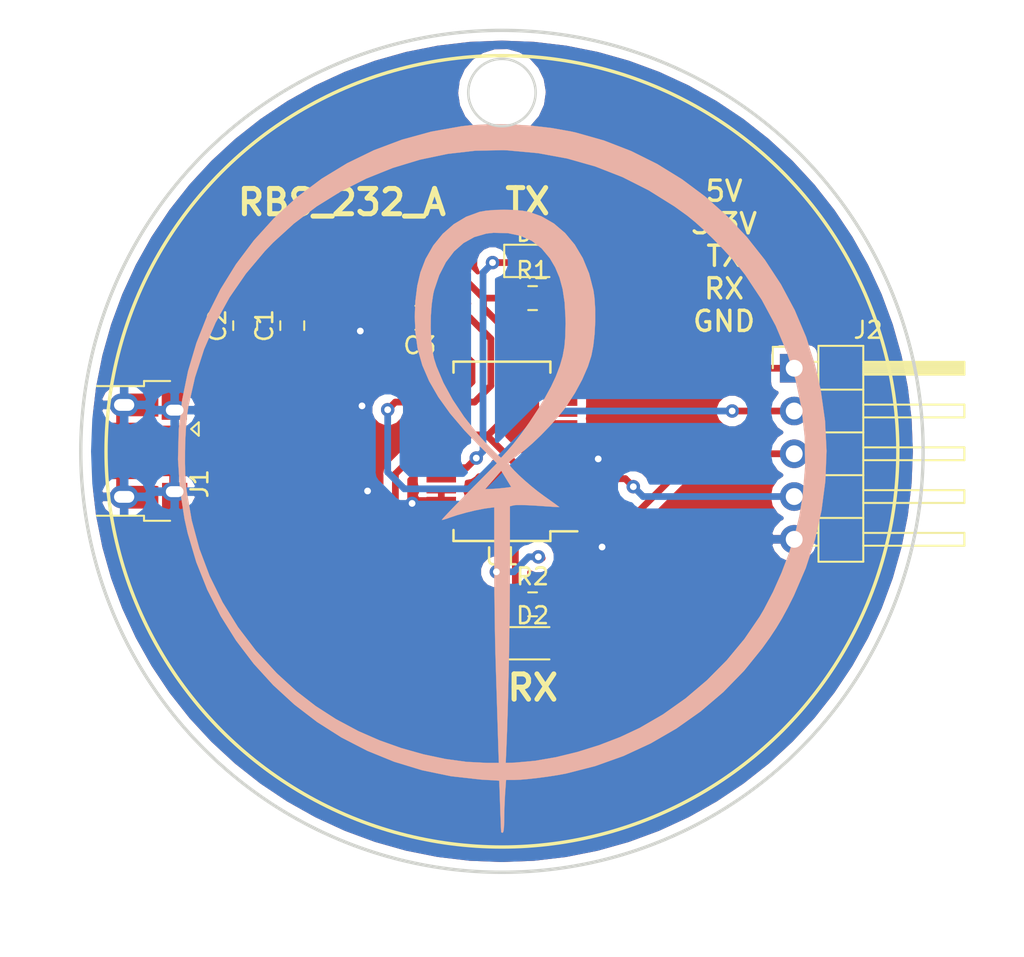
<source format=kicad_pcb>
(kicad_pcb (version 20171130) (host pcbnew 5.0.2-bee76a0~70~ubuntu18.04.1)
  (layers (0 F.Cu signal) (31 B.Cu signal) (34 B.Paste user) (35 F.Paste user) (36 B.SilkS user) (37 F.SilkS user) (38 B.Mask user) (39 F.Mask user) (44 Edge.Cuts user))
  (net 0 "")
  (net 1 "Net-(C1-Pad1)")
  (net 2 GND)
  (net 3 "Net-(C3-Pad1)")
  (net 4 "Net-(D1-Pad2)")
  (net 5 "Net-(D1-Pad1)")
  (net 6 "Net-(D2-Pad1)")
  (net 7 "Net-(D2-Pad2)")
  (net 8 "Net-(J1-Pad2)")
  (net 9 "Net-(J1-Pad3)")
  (net 10 "Net-(J1-Pad4)")
  (net 11 "Net-(J2-Pad3)")
  (net 12 "Net-(J2-Pad4)")
  (net 13 "Net-(U1-Pad2)")
  (net 14 "Net-(U1-Pad3)")
  (net 15 "Net-(U1-Pad6)")
  (net 16 "Net-(U1-Pad9)")
  (net 17 "Net-(U1-Pad10)")
  (net 18 "Net-(U1-Pad11)")
  (net 19 "Net-(U1-Pad12)")
  (net 20 "Net-(U1-Pad13)")
  (net 21 "Net-(U1-Pad14)")
  (net 22 "Net-(U1-Pad19)")
  (net 23 "Net-(U1-Pad27)")
  (net 24 "Net-(U1-Pad28)")
  (module Capacitor_SMD:C_0805_2012Metric_Pad1.15x1.40mm_HandSolder (layer F.Cu) (at 156.5656 86.3436 90)
    (fp_text reference C1 (at 0 -1.65 90) (layer F.SilkS))
    (fp_text value 10n)
    (pad 1 smd roundrect (at -1.025 0 90) (size 1.15 1.4) (layers F.Cu F.Paste F.Mask) (roundrect_rratio 0.217391) (net 1 "Net-(C1-Pad1)"))
    (pad 2 smd roundrect (at 1.025 0 90) (size 1.15 1.4) (layers F.Cu F.Paste F.Mask) (roundrect_rratio 0.217391) (net 2 GND))
  )
  (module Capacitor_SMD:C_0805_2012Metric_Pad1.15x1.40mm_HandSolder (layer F.Cu) (at 153.7716 86.3436 90)
    (fp_text reference C2 (at 0 -1.65 90) (layer F.SilkS))
    (fp_text value 100n)
    (pad 2 smd roundrect (at 1.025 0 90) (size 1.15 1.4) (layers F.Cu F.Paste F.Mask) (roundrect_rratio 0.217391) (net 2 GND))
    (pad 1 smd roundrect (at -1.025 0 90) (size 1.15 1.4) (layers F.Cu F.Paste F.Mask) (roundrect_rratio 0.217391) (net 1 "Net-(C1-Pad1)"))
  )
  (module Capacitor_SMD:C_0805_2012Metric_Pad1.15x1.40mm_HandSolder (layer F.Cu) (at 164.1348 85.8774 180)
    (fp_text reference C3 (at 0 -1.65 180) (layer F.SilkS))
    (fp_text value 100n)
    (pad 1 smd roundrect (at -1.025 0 180) (size 1.15 1.4) (layers F.Cu F.Paste F.Mask) (roundrect_rratio 0.217391) (net 3 "Net-(C3-Pad1)"))
    (pad 2 smd roundrect (at 1.025 0 180) (size 1.15 1.4) (layers F.Cu F.Paste F.Mask) (roundrect_rratio 0.217391) (net 2 GND))
  )
  (module LED_SMD:LED_0805_2012Metric (layer F.Cu) (at 170.8314 82.4992)
    (fp_text reference D1 (at 0 -1.65) (layer F.SilkS))
    (fp_text value LED_TX)
    (pad 2 smd roundrect (at 0.9375 0) (size 0.975 1.4) (layers F.Cu F.Paste F.Mask) (net 4 "Net-(D1-Pad2)"))
    (pad 1 smd roundrect (at -0.9375 0) (size 0.975 1.4) (layers F.Cu F.Paste F.Mask) (net 5 "Net-(D1-Pad1)"))
  )
  (module LED_SMD:LED_0805_2012Metric (layer F.Cu) (at 170.8314 105.2068)
    (fp_text reference D2 (at 0 -1.65) (layer F.SilkS))
    (fp_text value LED_RX)
    (pad 1 smd roundrect (at -0.9375 0) (size 0.975 1.4) (layers F.Cu F.Paste F.Mask) (net 6 "Net-(D2-Pad1)"))
    (pad 2 smd roundrect (at 0.9375 0) (size 0.975 1.4) (layers F.Cu F.Paste F.Mask) (net 7 "Net-(D2-Pad2)"))
  )
  (module Connector_USB:USB_Micro-B_Amphenol_10103594-0001LF_Horizontal (layer F.Cu) (at 147.701 93.8086 270)
    (fp_text reference J1 (at 1.925 -3.365 270) (layer F.SilkS))
    (fp_text value USB_B_Micro hide)
    (pad 6 smd rect (at 2.725 0.185 270) (size 1.35 2) (layers F.Cu F.Paste F.Mask) (net 2 GND))
    (pad 6 smd rect (at -2.755 0.185 270) (size 1.35 2) (layers F.Cu F.Paste F.Mask) (net 2 GND))
    (pad 6 smd rect (at -2.975 -0.565 270) (size 1.825 0.7) (layers F.Cu F.Paste F.Mask) (net 2 GND))
    (pad 6 smd rect (at 2.975 -0.565 270) (size 1.825 0.7) (layers F.Cu F.Paste F.Mask) (net 2 GND))
    (pad 6 smd rect (at -2.875 -1.865 270) (size 2 1.5) (layers F.Cu F.Paste F.Mask) (net 2 GND))
    (pad 6 smd rect (at 2.875 -1.885 270) (size 2 1.5) (layers F.Cu F.Paste F.Mask) (net 2 GND))
    (pad 1 smd rect (at -1.325 -1.765) (size 1.65 0.4) (layers F.Cu F.Paste F.Mask) (net 1 "Net-(C1-Pad1)"))
    (pad 2 smd rect (at -0.675 -1.765) (size 1.65 0.4) (layers F.Cu F.Paste F.Mask) (net 8 "Net-(J1-Pad2)"))
    (pad 3 smd rect (at -0.025 -1.765) (size 1.65 0.4) (layers F.Cu F.Paste F.Mask) (net 9 "Net-(J1-Pad3)"))
    (pad 4 smd rect (at 0.625 -1.765) (size 1.65 0.4) (layers F.Cu F.Paste F.Mask) (net 10 "Net-(J1-Pad4)"))
    (pad 5 smd rect (at 1.275 -1.765) (size 1.65 0.4) (layers F.Cu F.Paste F.Mask) (net 2 GND))
    (pad 6 thru_hole oval (at -2.445 -1.885) (size 1.5 1.1) (drill oval 1.05 0.65) (layers *.Cu *.Mask) (net 2 GND))
    (pad 6 thru_hole oval (at 2.395 -1.885) (size 1.5 1.1) (drill oval 1.05 0.65) (layers *.Cu *.Mask) (net 2 GND))
    (pad 6 thru_hole oval (at -2.755 1.115) (size 1.7 1.35) (drill oval 1.2 0.7) (layers *.Cu *.Mask) (net 2 GND))
    (pad 6 thru_hole oval (at 2.705 1.115) (size 1.7 1.35) (drill oval 1.2 0.7) (layers *.Cu *.Mask) (net 2 GND))
    (pad 6 smd rect (at -0.985 1.385) (size 2.5 1.43) (layers F.Cu F.Paste F.Mask) (net 2 GND))
    (pad 6 smd rect (at 0.935 1.385) (size 2.5 1.43) (layers F.Cu F.Paste F.Mask) (net 2 GND))
  )
  (module Connector_PinHeader_2.54mm:PinHeader_1x05_P2.54mm_Horizontal (layer F.Cu) (at 186.3598 88.8746)
    (fp_text reference J2 (at 4.385 -2.27) (layer F.SilkS))
    (fp_text value Conn_01x05)
    (pad 1 thru_hole rect (at 0 0) (size 1.7 1.7) (drill 1) (layers *.Cu *.Mask) (net 1 "Net-(C1-Pad1)"))
    (pad 2 thru_hole oval (at 0 2.54) (size 1.7 1.7) (drill 1) (layers *.Cu *.Mask) (net 3 "Net-(C3-Pad1)"))
    (pad 3 thru_hole oval (at 0 5.08) (size 1.7 1.7) (drill 1) (layers *.Cu *.Mask) (net 11 "Net-(J2-Pad3)"))
    (pad 4 thru_hole oval (at 0 7.62) (size 1.7 1.7) (drill 1) (layers *.Cu *.Mask) (net 12 "Net-(J2-Pad4)"))
    (pad 5 thru_hole oval (at 0 10.16) (size 1.7 1.7) (drill 1) (layers *.Cu *.Mask) (net 2 GND))
  )
  (module Resistor_SMD:R_0805_2012Metric_Pad1.15x1.40mm_HandSolder (layer F.Cu) (at 170.8314 84.709)
    (fp_text reference R1 (at 0 -1.65) (layer F.SilkS))
    (fp_text value 270)
    (pad 2 smd roundrect (at 1.025 0) (size 1.15 1.4) (layers F.Cu F.Paste F.Mask) (roundrect_rratio 0.217391) (net 4 "Net-(D1-Pad2)"))
    (pad 1 smd roundrect (at -1.025 0) (size 1.15 1.4) (layers F.Cu F.Paste F.Mask) (roundrect_rratio 0.217391) (net 1 "Net-(C1-Pad1)"))
  )
  (module Resistor_SMD:R_0805_2012Metric_Pad1.15x1.40mm_HandSolder (layer F.Cu) (at 170.8314 102.8954)
    (fp_text reference R2 (at 0 -1.65) (layer F.SilkS))
    (fp_text value 270)
    (pad 1 smd roundrect (at -1.025 0) (size 1.15 1.4) (layers F.Cu F.Paste F.Mask) (roundrect_rratio 0.217391) (net 1 "Net-(C1-Pad1)"))
    (pad 2 smd roundrect (at 1.025 0) (size 1.15 1.4) (layers F.Cu F.Paste F.Mask) (roundrect_rratio 0.217391) (net 7 "Net-(D2-Pad2)"))
  )
  (module Package_SO:SSOP-28_5.3x10.2mm_P0.65mm (layer F.Cu) (at 169.0116 93.8086 180)
    (fp_text reference U1 (at 0 -6.25 180) (layer F.SilkS))
    (fp_text value FT232RL)
    (pad 1 smd rect (at -3.6 -4.225 180) (size 1.75 0.45) (layers F.Cu F.Paste F.Mask) (net 11 "Net-(J2-Pad3)"))
    (pad 2 smd rect (at -3.6 -3.575 180) (size 1.75 0.45) (layers F.Cu F.Paste F.Mask) (net 13 "Net-(U1-Pad2)"))
    (pad 3 smd rect (at -3.6 -2.925 180) (size 1.75 0.45) (layers F.Cu F.Paste F.Mask) (net 14 "Net-(U1-Pad3)"))
    (pad 4 smd rect (at -3.6 -2.275 180) (size 1.75 0.45) (layers F.Cu F.Paste F.Mask) (net 1 "Net-(C1-Pad1)"))
    (pad 5 smd rect (at -3.6 -1.625 180) (size 1.75 0.45) (layers F.Cu F.Paste F.Mask) (net 12 "Net-(J2-Pad4)"))
    (pad 6 smd rect (at -3.6 -0.975 180) (size 1.75 0.45) (layers F.Cu F.Paste F.Mask) (net 15 "Net-(U1-Pad6)"))
    (pad 7 smd rect (at -3.6 -0.325 180) (size 1.75 0.45) (layers F.Cu F.Paste F.Mask) (net 2 GND))
    (pad 8 smd rect (at -3.6 0.325 180) (size 1.75 0.45) (layers F.Cu F.Paste F.Mask))
    (pad 9 smd rect (at -3.6 0.975 180) (size 1.75 0.45) (layers F.Cu F.Paste F.Mask) (net 16 "Net-(U1-Pad9)"))
    (pad 10 smd rect (at -3.6 1.625 180) (size 1.75 0.45) (layers F.Cu F.Paste F.Mask) (net 17 "Net-(U1-Pad10)"))
    (pad 11 smd rect (at -3.6 2.275 180) (size 1.75 0.45) (layers F.Cu F.Paste F.Mask) (net 18 "Net-(U1-Pad11)"))
    (pad 12 smd rect (at -3.6 2.925 180) (size 1.75 0.45) (layers F.Cu F.Paste F.Mask) (net 19 "Net-(U1-Pad12)"))
    (pad 13 smd rect (at -3.6 3.575 180) (size 1.75 0.45) (layers F.Cu F.Paste F.Mask) (net 20 "Net-(U1-Pad13)"))
    (pad 14 smd rect (at -3.6 4.225 180) (size 1.75 0.45) (layers F.Cu F.Paste F.Mask) (net 21 "Net-(U1-Pad14)"))
    (pad 15 smd rect (at 3.6 4.225 180) (size 1.75 0.45) (layers F.Cu F.Paste F.Mask) (net 9 "Net-(J1-Pad3)"))
    (pad 16 smd rect (at 3.6 3.575 180) (size 1.75 0.45) (layers F.Cu F.Paste F.Mask) (net 8 "Net-(J1-Pad2)"))
    (pad 17 smd rect (at 3.6 2.925 180) (size 1.75 0.45) (layers F.Cu F.Paste F.Mask) (net 3 "Net-(C3-Pad1)"))
    (pad 18 smd rect (at 3.6 2.275 180) (size 1.75 0.45) (layers F.Cu F.Paste F.Mask) (net 2 GND))
    (pad 19 smd rect (at 3.6 1.625 180) (size 1.75 0.45) (layers F.Cu F.Paste F.Mask) (net 22 "Net-(U1-Pad19)"))
    (pad 20 smd rect (at 3.6 0.975 180) (size 1.75 0.45) (layers F.Cu F.Paste F.Mask) (net 1 "Net-(C1-Pad1)"))
    (pad 21 smd rect (at 3.6 0.325 180) (size 1.75 0.45) (layers F.Cu F.Paste F.Mask) (net 2 GND))
    (pad 22 smd rect (at 3.6 -0.325 180) (size 1.75 0.45) (layers F.Cu F.Paste F.Mask) (net 6 "Net-(D2-Pad1)"))
    (pad 23 smd rect (at 3.6 -0.975 180) (size 1.75 0.45) (layers F.Cu F.Paste F.Mask) (net 5 "Net-(D1-Pad1)"))
    (pad 24 smd rect (at 3.6 -1.625 180) (size 1.75 0.45) (layers F.Cu F.Paste F.Mask))
    (pad 25 smd rect (at 3.6 -2.275 180) (size 1.75 0.45) (layers F.Cu F.Paste F.Mask) (net 2 GND))
    (pad 26 smd rect (at 3.6 -2.925 180) (size 1.75 0.45) (layers F.Cu F.Paste F.Mask) (net 2 GND))
    (pad 27 smd rect (at 3.6 -3.575 180) (size 1.75 0.45) (layers F.Cu F.Paste F.Mask) (net 23 "Net-(U1-Pad27)"))
    (pad 28 smd rect (at 3.6 -4.225 180) (size 1.75 0.45) (layers F.Cu F.Paste F.Mask) (net 24 "Net-(U1-Pad28)"))
  )
  (module custom:RBS_1.5in (layer B.Cu) (at 169.0624 95.377 180)
    (fp_text reference G*** hide)
    (fp_text value LOGO hide)
  )
  (module Symbol:OSHW-Logo_5.7x6mm_Copper (layer F.Cu) (at 180.0098 107.7976)
    (fp_text reference REF** hide)
    (fp_text value OSHW-Logo_5.7x6mm_Copper hide)
    (fp_poly (pts (xy 0.376964 -2.709982) (xy 0.433812 -2.40843) (xy 0.853338 -2.235488) (xy 1.104984 -2.406605) (xy 1.175458 -2.45425) (xy 1.239163 -2.49679) (xy 1.293126 -2.532285) (xy 1.334373 -2.55879) (xy 1.359934 -2.574364) (xy 1.366895 -2.577722) (xy 1.379435 -2.569086) (xy 1.406231 -2.545208) (xy 1.44428 -2.509141) (xy 1.490579 -2.463933) (xy 1.542123 -2.412636) (xy 1.595909 -2.358299) (xy 1.648935 -2.303972) (xy 1.698195 -2.252705) (xy 1.740687 -2.207549) (xy 1.773407 -2.171554) (xy 1.793351 -2.14777) (xy 1.798119 -2.13981) (xy 1.791257 -2.125135) (xy 1.77202 -2.092986) (xy 1.74243 -2.046508) (xy 1.70451 -1.988844) (xy 1.660282 -1.92314) (xy 1.634654 -1.885664) (xy 1.587941 -1.817232) (xy 1.546432 -1.75548) (xy 1.51214 -1.703481) (xy 1.48708 -1.664308) (xy 1.473264 -1.641035) (xy 1.471188 -1.636145) (xy 1.475895 -1.622245) (xy 1.488723 -1.58985) (xy 1.507738 -1.543515) (xy 1.531003 -1.487794) (xy 1.556584 -1.427242) (xy 1.582545 -1.366414) (xy 1.60695 -1.309864) (xy 1.627863 -1.262148) (xy 1.643349 -1.227819) (xy 1.651472 -1.211432) (xy 1.651952 -1.210788) (xy 1.664707 -1.207659) (xy 1.698677 -1.200679) (xy 1.75034 -1.190533) (xy 1.816176 -1.177908) (xy 1.892664 -1.163491) (xy 1.93729 -1.155177) (xy 2.019021 -1.139616) (xy 2.092843 -1.124808) (xy 2.155021 -1.111564) (xy 2.201822 -1.100695) (xy 2.229509 -1.093011) (xy 2.235074 -1.090573) (xy 2.240526 -1.07407) (xy 2.244924 -1.0368) (xy 2.248272 -0.98312) (xy 2.250574 -0.917388) (xy 2.251832 -0.843963) (xy 2.252048 -0.767204) (xy 2.251227 -0.691468) (xy 2.249371 -0.621114) (xy 2.246482 -0.5605) (xy 2.242565 -0.513984) (xy 2.237622 -0.485925) (xy 2.234657 -0.480084) (xy 2.216934 -0.473083) (xy 2.179381 -0.463073) (xy 2.126964 -0.451231) (xy 2.064652 -0.438733) (xy 2.0429 -0.43469) (xy 1.938024 -0.41548) (xy 1.85518 -0.400009) (xy 1.79163 -0.387663) (xy 1.744637 -0.377827) (xy 1.711463 -0.369886) (xy 1.689371 -0.363224) (xy 1.675624 -0.357227) (xy 1.667484 -0.351281) (xy 1.666345 -0.350106) (xy 1.654977 -0.331174) (xy 1.637635 -0.294331) (xy 1.61605 -0.244087) (xy 1.591954 -0.184954) (xy 1.567079 -0.121444) (xy 1.543157 -0.058068) (xy 1.521919 0.000662) (xy 1.505097 0.050235) (xy 1.494422 0.086139) (xy 1.491627 0.103862) (xy 1.49186 0.104483) (xy 1.501331 0.11897) (xy 1.522818 0.150844) (xy 1.554063 0.196789) (xy 1.592807 0.253485) (xy 1.636793 0.317617) (xy 1.649319 0.335842) (xy 1.693984 0.401914) (xy 1.733288 0.4622) (xy 1.765088 0.513235) (xy 1.787245 0.55156) (xy 1.797617 0.573711) (xy 1.798119 0.576432) (xy 1.789405 0.590736) (xy 1.765325 0.619072) (xy 1.728976 0.658396) (xy 1.683453 0.705661) (xy 1.631852 0.757823) (xy 1.577267 0.811835) (xy 1.522794 0.864653) (xy 1.471529 0.913231) (xy 1.426567 0.954523) (xy 1.391004 0.985485) (xy 1.367935 1.00307) (xy 1.361554 1.005941) (xy 1.346699 0.999178) (xy 1.316286 0.980939) (xy 1.275268 0.954297) (xy 1.243709 0.932852) (xy 1.186525 0.893503) (xy 1.118806 0.847171) (xy 1.05088 0.800913) (xy 1.014361 0.776155) (xy 0.890752 0.692547) (xy 0.786991 0.74865) (xy 0.73972 0.773228) (xy 0.699523 0.792331) (xy 0.672326 0.803227) (xy 0.665402 0.804743) (xy 0.657077 0.793549) (xy 0.640654 0.761917) (xy 0.617357 0.712765) (xy 0.588414 0.64901) (xy 0.55505 0.573571) (xy 0.518491 0.489364) (xy 0.479964 0.399308) (xy 0.440694 0.306321) (xy 0.401908 0.21332) (xy 0.36483 0.123223) (xy 0.330689 0.038948) (xy 0.300708 -0.036587) (xy 0.276116 -0.100466) (xy 0.258136 -0.149769) (xy 0.247997 -0.181579) (xy 0.246366 -0.192504) (xy 0.259291 -0.206439) (xy 0.287589 -0.22906) (xy 0.325346 -0.255667) (xy 0.328515 -0.257772) (xy 0.4261 -0.335886) (xy 0.504786 -0.427018) (xy 0.563891 -0.528255) (xy 0.602732 -0.636682) (xy 0.620628 -0.749386) (xy 0.616897 -0.863452) (xy 0.590857 -0.975966) (xy 0.541825 -1.084015) (xy 0.5274 -1.107655) (xy 0.452369 -1.203113) (xy 0.36373 -1.279768) (xy 0.264549 -1.33722) (xy 0.157895 -1.375071) (xy 0.046836 -1.392922) (xy -0.065561 -1.390375) (xy -0.176227 -1.36703) (xy -0.282094 -1.32249) (xy -0.380095 -1.256355) (xy -0.41041 -1.229513) (xy -0.487562 -1.145488) (xy -0.543782 -1.057034) (xy -0.582347 -0.957885) (xy -0.603826 -0.859697) (xy -0.609128 -0.749303) (xy -0.591448 -0.63836) (xy -0.552581 -0.530619) (xy -0.494323 -0.429831) (xy -0.418469 -0.339744) (xy -0.326817 -0.264108) (xy -0.314772 -0.256136) (xy -0.276611 -0.230026) (xy -0.247601 -0.207405) (xy -0.233732 -0.192961) (xy -0.233531 -0.192504) (xy -0.236508 -0.176879) (xy -0.248311 -0.141418) (xy -0.267714 -0.089038) (xy -0.293488 -0.022655) (xy -0.324409 0.054814) (xy -0.359249 0.14045) (xy -0.396783 0.231337) (xy -0.435783 0.324559) (xy -0.475023 0.417197) (xy -0.513276 0.506335) (xy -0.549317 0.589055) (xy -0.581917 0.662441) (xy -0.609852 0.723575) (xy -0.631895 0.769541) (xy -0.646818 0.797421) (xy -0.652828 0.804743) (xy -0.671191 0.799041) (xy -0.705552 0.783749) (xy -0.749984 0.761599) (xy -0.774417 0.74865) (xy -0.878178 0.692547) (xy -1.001787 0.776155) (xy -1.064886 0.818987) (xy -1.13397 0.866122) (xy -1.198707 0.910503) (xy -1.231134 0.932852) (xy -1.276741 0.963477) (xy -1.31536 0.987747) (xy -1.341952 1.002587) (xy -1.35059 1.005724) (xy -1.363161 0.997261) (xy -1.390984 0.973636) (xy -1.431361 0.937302) (xy -1.481595 0.890711) (xy -1.538988 0.836317) (xy -1.575286 0.801392) (xy -1.63879 0.738996) (xy -1.693673 0.683188) (xy -1.737714 0.636354) (xy -1.768695 0.600882) (xy -1.784398 0.579161) (xy -1.785905 0.574752) (xy -1.778914 0.557985) (xy -1.759594 0.524082) (xy -1.730091 0.476476) (xy -1.692545 0.418599) (xy -1.6491 0.353884) (xy -1.636745 0.335842) (xy -1.591727 0.270267) (xy -1.55134 0.211228) (xy -1.51784 0.162042) (xy -1.493486 0.126028) (xy -1.480536 0.106502) (xy -1.479285 0.104483) (xy -1.481156 0.088922) (xy -1.491087 0.054709) (xy -1.507347 0.006355) (xy -1.528205 -0.051629) (xy -1.551927 -0.11473) (xy -1.576784 -0.178437) (xy -1.601042 -0.238239) (xy -1.622971 -0.289624) (xy -1.640838 -0.328081) (xy -1.652913 -0.349098) (xy -1.653771 -0.350106) (xy -1.661154 -0.356112) (xy -1.673625 -0.362052) (xy -1.69392 -0.36854) (xy -1.724778 -0.376191) (xy -1.768934 -0.38562) (xy -1.829126 -0.397441) (xy -1.908093 -0.412271) (xy -2.00857 -0.430723) (xy -2.030325 -0.43469) (xy -2.094802 -0.447147) (xy -2.151011 -0.459334) (xy -2.193987 -0.470074) (xy -2.21876 -0.478191) (xy -2.222082 -0.480084) (xy -2.227556 -0.496862) (xy -2.232006 -0.534355) (xy -2.235428 -0.588206) (xy -2.237819 -0.654056) (xy -2.239177 -0.727547) (xy -2.239499 -0.80432) (xy -2.238781 -0.880017) (xy -2.237021 -0.95028) (xy -2.234216 -1.01075) (xy -2.230362 -1.05707) (xy -2.225457 -1.084881) (xy -2.2225 -1.090573) (xy -2.206037 -1.096314) (xy -2.168551 -1.105655) (xy -2.113775 -1.117785) (xy -2.045445 -1.131893) (xy -1.967294 -1.14717) (xy -1.924716 -1.155177) (xy -1.843929 -1.170279) (xy -1.771887 -1.18396) (xy -1.712111 -1.195533) (xy -1.668121 -1.204313) (xy -1.643439 -1.209613) (xy -1.639377 -1.210788) (xy -1.632511 -1.224035) (xy -1.617998 -1.255943) (xy -1.597771 -1.301953) (xy -1.573766 -1.357508) (xy -1.547918 -1.418047) (xy -1.52216 -1.479014) (xy -1.498427 -1.535849) (xy -1.478654 -1.583994) (xy -1.464776 -1.61889) (xy -1.458726 -1.635979) (xy -1.458614 -1.636726) (xy -1.465472 -1.650207) (xy -1.484698 -1.68123) (xy -1.514272 -1.726711) (xy -1.552173 -1.783568) (xy -1.59638 -1.848717) (xy -1.622079 -1.886138) (xy -1.668907 -1.954753) (xy -1.710499 -2.017048) (xy -1.744825 -2.069871) (xy -1.769857 -2.110073) (xy -1.783565 -2.1345) (xy -1.785544 -2.139976) (xy -1.777034 -2.152722) (xy -1.753507 -2.179937) (xy -1.717968 -2.218572) (xy -1.673423 -2.265577) (xy -1.622877 -2.317905) (xy -1.569336 -2.372505) (xy -1.515805 -2.42633) (xy -1.465289 -2.47633) (xy -1.420794 -2.519457) (xy -1.385325 -2.552661) (xy -1.361887 -2.572894) (xy -1.354046 -2.577722) (xy -1.34128 -2.570933) (xy -1.310744 -2.551858) (xy -1.26541 -2.522439) (xy -1.208244 -2.484619) (xy -1.142216 -2.440339) (xy -1.09241 -2.406605) (xy -0.840764 -2.235488) (xy -0.631001 -2.321959) (xy -0.421237 -2.40843) (xy -0.364389 -2.709982) (xy -0.30754 -3.011534) (xy 0.320115 -3.011534) (xy 0.376964 -2.709982)) (layer F.Cu) (width 0.01))
    (fp_poly (pts (xy 1.79946 1.45803) (xy 1.842711 1.471245) (xy 1.870558 1.487941) (xy 1.879629 1.501145) (xy 1.877132 1.516797) (xy 1.860931 1.541385) (xy 1.847232 1.5588) (xy 1.818992 1.590283) (xy 1.797775 1.603529) (xy 1.779688 1.602664) (xy 1.726035 1.58901) (xy 1.68663 1.58963) (xy 1.654632 1.605104) (xy 1.64389 1.614161) (xy 1.609505 1.646027) (xy 1.609505 2.062179) (xy 1.471188 2.062179) (xy 1.471188 1.458614) (xy 1.540347 1.458614) (xy 1.581869 1.460256) (xy 1.603291 1.466087) (xy 1.609502 1.477461) (xy 1.609505 1.477798) (xy 1.612439 1.489713) (xy 1.625704 1.488159) (xy 1.644084 1.479563) (xy 1.682046 1.463568) (xy 1.712872 1.453945) (xy 1.752536 1.451478) (xy 1.79946 1.45803)) (layer F.Cu) (width 0.01))
    (fp_poly (pts (xy -0.754012 1.469002) (xy -0.722717 1.48395) (xy -0.692409 1.505541) (xy -0.669318 1.530391) (xy -0.6525 1.562087) (xy -0.641006 1.604214) (xy -0.633891 1.660358) (xy -0.630207 1.734106) (xy -0.629008 1.829044) (xy -0.628989 1.838985) (xy -0.628713 2.062179) (xy -0.76703 2.062179) (xy -0.76703 1.856418) (xy -0.767128 1.780189) (xy -0.767809 1.724939) (xy -0.769651 1.686501) (xy -0.773233 1.660706) (xy -0.779132 1.643384) (xy -0.787927 1.630368) (xy -0.80018 1.617507) (xy -0.843047 1.589873) (xy -0.889843 1.584745) (xy -0.934424 1.602217) (xy -0.949928 1.615221) (xy -0.96131 1.627447) (xy -0.969481 1.64054) (xy -0.974974 1.658615) (xy -0.97832 1.685787) (xy -0.980051 1.72617) (xy -0.980697 1.783879) (xy -0.980792 1.854132) (xy -0.980792 2.062179) (xy -1.119109 2.062179) (xy -1.119109 1.458614) (xy -1.04995 1.458614) (xy -1.008428 1.460256) (xy -0.987006 1.466087) (xy -0.980795 1.477461) (xy -0.980792 1.477798) (xy -0.97791 1.488938) (xy -0.965199 1.487674) (xy -0.939926 1.475434) (xy -0.882605 1.457424) (xy -0.817037 1.455421) (xy -0.754012 1.469002)) (layer F.Cu) (width 0.01))
    (fp_poly (pts (xy 2.677898 1.456457) (xy 2.710096 1.464279) (xy 2.771825 1.492921) (xy 2.82461 1.536667) (xy 2.861141 1.589117) (xy 2.86616 1.600893) (xy 2.873045 1.63174) (xy 2.877864 1.677371) (xy 2.879505 1.723492) (xy 2.879505 1.810693) (xy 2.697178 1.810693) (xy 2.621979 1.810978) (xy 2.569003 1.812704) (xy 2.535325 1.817181) (xy 2.51802 1.82572) (xy 2.514163 1.83963) (xy 2.520829 1.860222) (xy 2.53277 1.884315) (xy 2.56608 1.924525) (xy 2.612368 1.944558) (xy 2.668944 1.943905) (xy 2.733031 1.922101) (xy 2.788417 1.895193) (xy 2.834375 1.931532) (xy 2.880333 1.967872) (xy 2.837096 2.007819) (xy 2.779374 2.045563) (xy 2.708386 2.06832) (xy 2.632029 2.074688) (xy 2.558199 2.063268) (xy 2.546287 2.059393) (xy 2.481399 2.025506) (xy 2.43313 1.974986) (xy 2.400465 1.906325) (xy 2.382385 1.818014) (xy 2.382175 1.816121) (xy 2.380556 1.719878) (xy 2.3871 1.685542) (xy 2.514852 1.685542) (xy 2.526584 1.690822) (xy 2.558438 1.694867) (xy 2.605397 1.697176) (xy 2.635154 1.697525) (xy 2.690648 1.697306) (xy 2.725346 1.695916) (xy 2.743601 1.692251) (xy 2.749766 1.68521) (xy 2.748195 1.67369) (xy 2.746878 1.669233) (xy 2.724382 1.627355) (xy 2.689003 1.593604) (xy 2.65778 1.578773) (xy 2.616301 1.579668) (xy 2.574269 1.598164) (xy 2.539012 1.628786) (xy 2.517854 1.666062) (xy 2.514852 1.685542) (xy 2.3871 1.685542) (xy 2.39669 1.635229) (xy 2.428698 1.564191) (xy 2.474701 1.508779) (xy 2.532821 1.471009) (xy 2.60118 1.452896) (xy 2.677898 1.456457)) (layer F.Cu) (width 0.01))
    (fp_poly (pts (xy 2.217226 1.46388) (xy 2.29008 1.49483) (xy 2.313027 1.509895) (xy 2.342354 1.533048) (xy 2.360764 1.551253) (xy 2.363961 1.557183) (xy 2.354935 1.57034) (xy 2.331837 1.592667) (xy 2.313344 1.60825) (xy 2.262728 1.648926) (xy 2.22276 1.615295) (xy 2.191874 1.593584) (xy 2.161759 1.58609) (xy 2.127292 1.58792) (xy 2.072561 1.601528) (xy 2.034886 1.629772) (xy 2.011991 1.675433) (xy 2.001597 1.741289) (xy 2.001595 1.741331) (xy 2.002494 1.814939) (xy 2.016463 1.868946) (xy 2.044328 1.905716) (xy 2.063325 1.918168) (xy 2.113776 1.933673) (xy 2.167663 1.933683) (xy 2.214546 1.918638) (xy 2.225644 1.911287) (xy 2.253476 1.892511) (xy 2.275236 1.889434) (xy 2.298704 1.903409) (xy 2.324649 1.92851) (xy 2.365716 1.97088) (xy 2.320121 2.008464) (xy 2.249674 2.050882) (xy 2.170233 2.071785) (xy 2.087215 2.070272) (xy 2.032694 2.056411) (xy 1.96897 2.022135) (xy 1.918005 1.968212) (xy 1.894851 1.930149) (xy 1.876099 1.875536) (xy 1.866715 1.806369) (xy 1.866643 1.731407) (xy 1.875824 1.659409) (xy 1.894199 1.599137) (xy 1.897093 1.592958) (xy 1.939952 1.532351) (xy 1.997979 1.488224) (xy 2.066591 1.461493) (xy 2.141201 1.453073) (xy 2.217226 1.46388)) (layer F.Cu) (width 0.01))
    (fp_poly (pts (xy 0.993367 1.654342) (xy 0.994555 1.746563) (xy 0.998897 1.81661) (xy 1.007558 1.867381) (xy 1.021704 1.901772) (xy 1.0425 1.922679) (xy 1.07111 1.933) (xy 1.106535 1.935636) (xy 1.143636 1.932682) (xy 1.171818 1.921889) (xy 1.192243 1.90036) (xy 1.206079 1.865199) (xy 1.214491 1.81351) (xy 1.218643 1.742394) (xy 1.219703 1.654342) (xy 1.219703 1.458614) (xy 1.35802 1.458614) (xy 1.35802 2.062179) (xy 1.288862 2.062179) (xy 1.24717 2.060489) (xy 1.225701 2.054556) (xy 1.219703 2.043293) (xy 1.216091 2.033261) (xy 1.201714 2.035383) (xy 1.172736 2.04958) (xy 1.106319 2.07148) (xy 1.035875 2.069928) (xy 0.968377 2.046147) (xy 0.936233 2.027362) (xy 0.911715 2.007022) (xy 0.893804 1.981573) (xy 0.881479 1.947458) (xy 0.873723 1.901121) (xy 0.869516 1.839007) (xy 0.86784 1.757561) (xy 0.867624 1.694578) (xy 0.867624 1.458614) (xy 0.993367 1.458614) (xy 0.993367 1.654342)) (layer F.Cu) (width 0.01))
    (fp_poly (pts (xy 0.610762 1.466055) (xy 0.674363 1.500692) (xy 0.724123 1.555372) (xy 0.747568 1.599842) (xy 0.757634 1.639121) (xy 0.764156 1.695116) (xy 0.766951 1.759621) (xy 0.765836 1.824429) (xy 0.760626 1.881334) (xy 0.754541 1.911727) (xy 0.734014 1.953306) (xy 0.698463 1.997468) (xy 0.655619 2.036087) (xy 0.613211 2.061034) (xy 0.612177 2.06143) (xy 0.559553 2.072331) (xy 0.497188 2.072601) (xy 0.437924 2.062676) (xy 0.41504 2.054722) (xy 0.356102 2.0213) (xy 0.31389 1.977511) (xy 0.286156 1.919538) (xy 0.270651 1.843565) (xy 0.267143 1.803771) (xy 0.26759 1.753766) (xy 0.402376 1.753766) (xy 0.406917 1.826732) (xy 0.419986 1.882334) (xy 0.440756 1.917861) (xy 0.455552 1.92802) (xy 0.493464 1.935104) (xy 0.538527 1.933007) (xy 0.577487 1.922812) (xy 0.587704 1.917204) (xy 0.614659 1.884538) (xy 0.632451 1.834545) (xy 0.640024 1.773705) (xy 0.636325 1.708497) (xy 0.628057 1.669253) (xy 0.60432 1.623805) (xy 0.566849 1.595396) (xy 0.52172 1.585573) (xy 0.475011 1.595887) (xy 0.439132 1.621112) (xy 0.420277 1.641925) (xy 0.409272 1.662439) (xy 0.404026 1.690203) (xy 0.402449 1.732762) (xy 0.402376 1.753766) (xy 0.26759 1.753766) (xy 0.268094 1.69758) (xy 0.285388 1.610501) (xy 0.319029 1.54253) (xy 0.369018 1.493664) (xy 0.435356 1.463899) (xy 0.449601 1.460448) (xy 0.53521 1.452345) (xy 0.610762 1.466055)) (layer F.Cu) (width 0.01))
    (fp_poly (pts (xy 0.014017 1.456452) (xy 0.061634 1.465482) (xy 0.111034 1.48437) (xy 0.116312 1.486777) (xy 0.153774 1.506476) (xy 0.179717 1.524781) (xy 0.188103 1.536508) (xy 0.180117 1.555632) (xy 0.16072 1.58385) (xy 0.15211 1.594384) (xy 0.116628 1.635847) (xy 0.070885 1.608858) (xy 0.02735 1.590878) (xy -0.02295 1.581267) (xy -0.071188 1.58066) (xy -0.108533 1.589691) (xy -0.117495 1.595327) (xy -0.134563 1.621171) (xy -0.136637 1.650941) (xy -0.123866 1.674197) (xy -0.116312 1.678708) (xy -0.093675 1.684309) (xy -0.053885 1.690892) (xy -0.004834 1.697183) (xy 0.004215 1.69817) (xy 0.082996 1.711798) (xy 0.140136 1.734946) (xy 0.17803 1.769752) (xy 0.199079 1.818354) (xy 0.205635 1.877718) (xy 0.196577 1.945198) (xy 0.167164 1.998188) (xy 0.117278 2.036783) (xy 0.0468 2.061081) (xy -0.031435 2.070667) (xy -0.095234 2.070552) (xy -0.146984 2.061845) (xy -0.182327 2.049825) (xy -0.226983 2.02888) (xy -0.268253 2.004574) (xy -0.282921 1.993876) (xy -0.320643 1.963084) (xy -0.275148 1.917049) (xy -0.229653 1.871013) (xy -0.177928 1.905243) (xy -0.126048 1.930952) (xy -0.070649 1.944399) (xy -0.017395 1.945818) (xy 0.028049 1.935443) (xy 0.060016 1.913507) (xy 0.070338 1.894998) (xy 0.068789 1.865314) (xy 0.04314 1.842615) (xy -0.00654 1.82694) (xy -0.060969 1.819695) (xy -0.144736 1.805873) (xy -0.206967 1.779796) (xy -0.248493 1.740699) (xy -0.270147 1.68782) (xy -0.273147 1.625126) (xy -0.258329 1.559642) (xy -0.224546 1.510144) (xy -0.171495 1.476408) (xy -0.098874 1.458207) (xy -0.045072 1.454639) (xy 0.014017 1.456452)) (layer F.Cu) (width 0.01))
    (fp_poly (pts (xy -1.356699 1.472614) (xy -1.344168 1.478514) (xy -1.300799 1.510283) (xy -1.25979 1.556646) (xy -1.229168 1.607696) (xy -1.220459 1.631166) (xy -1.212512 1.673091) (xy -1.207774 1.723757) (xy -1.207199 1.744679) (xy -1.207129 1.810693) (xy -1.587083 1.810693) (xy -1.578983 1.845273) (xy -1.559104 1.88617) (xy -1.524347 1.921514) (xy -1.482998 1.944282) (xy -1.456649 1.94901) (xy -1.420916 1.943273) (xy -1.378282 1.928882) (xy -1.363799 1.922262) (xy -1.31024 1.895513) (xy -1.264533 1.930376) (xy -1.238158 1.953955) (xy -1.224124 1.973417) (xy -1.223414 1.979129) (xy -1.235951 1.992973) (xy -1.263428 2.014012) (xy -1.288366 2.030425) (xy -1.355664 2.05993) (xy -1.43111 2.073284) (xy -1.505888 2.069812) (xy -1.565495 2.051663) (xy -1.626941 2.012784) (xy -1.670608 1.961595) (xy -1.697926 1.895367) (xy -1.710322 1.811371) (xy -1.711421 1.772936) (xy -1.707022 1.684861) (xy -1.706482 1.682299) (xy -1.580582 1.682299) (xy -1.577115 1.690558) (xy -1.562863 1.695113) (xy -1.53347 1.697065) (xy -1.484575 1.697517) (xy -1.465748 1.697525) (xy -1.408467 1.696843) (xy -1.372141 1.694364) (xy -1.352604 1.689443) (xy -1.34569 1.681434) (xy -1.345445 1.678862) (xy -1.353336 1.658423) (xy -1.373085 1.629789) (xy -1.381575 1.619763) (xy -1.413094 1.591408) (xy -1.445949 1.580259) (xy -1.463651 1.579327) (xy -1.511539 1.590981) (xy -1.551699 1.622285) (xy -1.577173 1.667752) (xy -1.577625 1.669233) (xy -1.580582 1.682299) (xy -1.706482 1.682299) (xy -1.692392 1.61551) (xy -1.666038 1.560025) (xy -1.633807 1.520639) (xy -1.574217 1.477931) (xy -1.504168 1.455109) (xy -1.429661 1.453046) (xy -1.356699 1.472614)) (layer F.Cu) (width 0.01))
    (fp_poly (pts (xy -2.538261 1.465148) (xy -2.472479 1.494231) (xy -2.42254 1.542793) (xy -2.388374 1.610908) (xy -2.369907 1.698651) (xy -2.368583 1.712351) (xy -2.367546 1.808939) (xy -2.380993 1.893602) (xy -2.408108 1.962221) (xy -2.422627 1.984294) (xy -2.473201 2.031011) (xy -2.537609 2.061268) (xy -2.609666 2.073824) (xy -2.683185 2.067439) (xy -2.739072 2.047772) (xy -2.787132 2.014629) (xy -2.826412 1.971175) (xy -2.827092 1.970158) (xy -2.843044 1.943338) (xy -2.85341 1.916368) (xy -2.859688 1.882332) (xy -2.863373 1.83431) (xy -2.864997 1.794931) (xy -2.865672 1.759219) (xy -2.739955 1.759219) (xy -2.738726 1.79477) (xy -2.734266 1.842094) (xy -2.726397 1.872465) (xy -2.712207 1.894072) (xy -2.698917 1.906694) (xy -2.651802 1.933122) (xy -2.602505 1.936653) (xy -2.556593 1.917639) (xy -2.533638 1.896331) (xy -2.517096 1.874859) (xy -2.507421 1.854313) (xy -2.503174 1.827574) (xy -2.50292 1.787523) (xy -2.504228 1.750638) (xy -2.507043 1.697947) (xy -2.511505 1.663772) (xy -2.519548 1.64148) (xy -2.533103 1.624442) (xy -2.543845 1.614703) (xy -2.588777 1.589123) (xy -2.637249 1.587847) (xy -2.677894 1.602999) (xy -2.712567 1.634642) (xy -2.733224 1.68662) (xy -2.739955 1.759219) (xy -2.865672 1.759219) (xy -2.866479 1.716621) (xy -2.863948 1.658056) (xy -2.856362 1.614007) (xy -2.842681 1.579248) (xy -2.821865 1.548551) (xy -2.814147 1.539436) (xy -2.765889 1.494021) (xy -2.714128 1.467493) (xy -2.650828 1.456379) (xy -2.619961 1.455471) (xy -2.538261 1.465148)) (layer F.Cu) (width 0.01))
    (fp_poly (pts (xy 2.032581 2.40497) (xy 2.092685 2.420597) (xy 2.143021 2.452848) (xy 2.167393 2.47694) (xy 2.207345 2.533895) (xy 2.230242 2.599965) (xy 2.238108 2.681182) (xy 2.238148 2.687748) (xy 2.238218 2.753763) (xy 1.858264 2.753763) (xy 1.866363 2.788342) (xy 1.880987 2.819659) (xy 1.906581 2.852291) (xy 1.911935 2.8575) (xy 1.957943 2.885694) (xy 2.01041 2.890475) (xy 2.070803 2.871926) (xy 2.08104 2.866931) (xy 2.112439 2.851745) (xy 2.13347 2.843094) (xy 2.137139 2.842293) (xy 2.149948 2.850063) (xy 2.174378 2.869072) (xy 2.186779 2.87946) (xy 2.212476 2.903321) (xy 2.220915 2.919077) (xy 2.215058 2.933571) (xy 2.211928 2.937534) (xy 2.190725 2.954879) (xy 2.155738 2.975959) (xy 2.131337 2.988265) (xy 2.062072 3.009946) (xy 1.985388 3.016971) (xy 1.912765 3.008647) (xy 1.892426 3.002686) (xy 1.829476 2.968952) (xy 1.782815 2.917045) (xy 1.752173 2.846459) (xy 1.737282 2.756692) (xy 1.735647 2.709753) (xy 1.740421 2.641413) (xy 1.86099 2.641413) (xy 1.872652 2.646465) (xy 1.903998 2.650429) (xy 1.949571 2.652768) (xy 1.980446 2.653169) (xy 2.035981 2.652783) (xy 2.071033 2.650975) (xy 2.090262 2.646773) (xy 2.09833 2.639203) (xy 2.099901 2.628218) (xy 2.089121 2.594381) (xy 2.06198 2.56094) (xy 2.026277 2.535272) (xy 1.99056 2.524772) (xy 1.942048 2.534086) (xy 1.900053 2.561013) (xy 1.870936 2.599827) (xy 1.86099 2.641413) (xy 1.740421 2.641413) (xy 1.742599 2.610236) (xy 1.764055 2.530949) (xy 1.80047 2.471263) (xy 1.852297 2.430549) (xy 1.91999 2.408179) (xy 1.956662 2.403871) (xy 2.032581 2.40497)) (layer F.Cu) (width 0.01))
    (fp_poly (pts (xy 1.635255 2.401486) (xy 1.683595 2.411015) (xy 1.711114 2.425125) (xy 1.740064 2.448568) (xy 1.698876 2.500571) (xy 1.673482 2.532064) (xy 1.656238 2.547428) (xy 1.639102 2.549776) (xy 1.614027 2.542217) (xy 1.602257 2.537941) (xy 1.55427 2.531631) (xy 1.510324 2.545156) (xy 1.47806 2.57571) (xy 1.472819 2.585452) (xy 1.467112 2.611258) (xy 1.462706 2.658817) (xy 1.459811 2.724758) (xy 1.458631 2.80571) (xy 1.458614 2.817226) (xy 1.458614 3.017822) (xy 1.320297 3.017822) (xy 1.320297 2.401683) (xy 1.389456 2.401683) (xy 1.429333 2.402725) (xy 1.450107 2.407358) (xy 1.457789 2.417849) (xy 1.458614 2.427745) (xy 1.458614 2.453806) (xy 1.491745 2.427745) (xy 1.529735 2.409965) (xy 1.58077 2.401174) (xy 1.635255 2.401486)) (layer F.Cu) (width 0.01))
    (fp_poly (pts (xy 1.038411 2.405417) (xy 1.091411 2.41829) (xy 1.106731 2.42511) (xy 1.136428 2.442974) (xy 1.15922 2.463093) (xy 1.176083 2.488962) (xy 1.187998 2.524073) (xy 1.195942 2.57192) (xy 1.200894 2.635996) (xy 1.203831 2.719794) (xy 1.204947 2.775768) (xy 1.209052 3.017822) (xy 1.138932 3.017822) (xy 1.096393 3.016038) (xy 1.074476 3.009942) (xy 1.068812 2.999706) (xy 1.065821 2.988637) (xy 1.052451 2.990754) (xy 1.034233 2.999629) (xy 0.988624 3.013233) (xy 0.930007 3.016899) (xy 0.868354 3.010903) (xy 0.813638 2.995521) (xy 0.80873 2.993386) (xy 0.758723 2.958255) (xy 0.725756 2.909419) (xy 0.710587 2.852333) (xy 0.711746 2.831824) (xy 0.835508 2.831824) (xy 0.846413 2.859425) (xy 0.878745 2.879204) (xy 0.93091 2.889819) (xy 0.958787 2.891228) (xy 1.005247 2.88762) (xy 1.036129 2.873597) (xy 1.043664 2.866931) (xy 1.064076 2.830666) (xy 1.068812 2.797773) (xy 1.068812 2.753763) (xy 1.007513 2.753763) (xy 0.936256 2.757395) (xy 0.886276 2.768818) (xy 0.854696 2.788824) (xy 0.847626 2.797743) (xy 0.835508 2.831824) (xy 0.711746 2.831824) (xy 0.713971 2.792456) (xy 0.736663 2.735244) (xy 0.767624 2.69658) (xy 0.786376 2.679864) (xy 0.804733 2.668878) (xy 0.828619 2.66218) (xy 0.863957 2.658326) (xy 0.916669 2.655873) (xy 0.937577 2.655168) (xy 1.068812 2.650879) (xy 1.06862 2.611158) (xy 1.063537 2.569405) (xy 1.045162 2.544158) (xy 1.008039 2.52803) (xy 1.007043 2.527742) (xy 0.95441 2.5214) (xy 0.902906 2.529684) (xy 0.86463 2.549827) (xy 0.849272 2.559773) (xy 0.83273 2.558397) (xy 0.807275 2.543987) (xy 0.792328 2.533817) (xy 0.763091 2.512088) (xy 0.74498 2.4958) (xy 0.742074 2.491137) (xy 0.75404 2.467005) (xy 0.789396 2.438185) (xy 0.804753 2.428461) (xy 0.848901 2.411714) (xy 0.908398 2.402227) (xy 0.974487 2.400095) (xy 1.038411 2.405417)) (layer F.Cu) (width 0.01))
    (fp_poly (pts (xy 0.281524 2.404237) (xy 0.331255 2.407971) (xy 0.461291 2.797773) (xy 0.481678 2.728614) (xy 0.493946 2.685874) (xy 0.510085 2.628115) (xy 0.527512 2.564625) (xy 0.536726 2.53057) (xy 0.571388 2.401683) (xy 0.714391 2.401683) (xy 0.671646 2.536857) (xy 0.650596 2.603342) (xy 0.625167 2.683539) (xy 0.59861 2.767193) (xy 0.574902 2.841782) (xy 0.520902 3.011535) (xy 0.462598 3.015328) (xy 0.404295 3.019122) (xy 0.372679 2.914734) (xy 0.353182 2.849889) (xy 0.331904 2.7784) (xy 0.313308 2.715263) (xy 0.312574 2.71275) (xy 0.298684 2.669969) (xy 0.286429 2.640779) (xy 0.277846 2.629741) (xy 0.276082 2.631018) (xy 0.269891 2.64813) (xy 0.258128 2.684787) (xy 0.242225 2.736378) (xy 0.223614 2.798294) (xy 0.213543 2.832352) (xy 0.159007 3.017822) (xy 0.043264 3.017822) (xy -0.049263 2.725471) (xy -0.075256 2.643462) (xy -0.098934 2.568987) (xy -0.11918 2.505544) (xy -0.134874 2.456632) (xy -0.144898 2.425749) (xy -0.147945 2.416726) (xy -0.145533 2.407487) (xy -0.126592 2.403441) (xy -0.087177 2.403846) (xy -0.081007 2.404152) (xy -0.007914 2.407971) (xy 0.039957 2.58401) (xy 0.057553 2.648211) (xy 0.073277 2.704649) (xy 0.085746 2.748422) (xy 0.093574 2.77463) (xy 0.09502 2.778903) (xy 0.101014 2.77399) (xy 0.113101 2.748532) (xy 0.129893 2.705997) (xy 0.150003 2.64985) (xy 0.167003 2.59913) (xy 0.231794 2.400504) (xy 0.281524 2.404237)) (layer F.Cu) (width 0.01))
    (fp_poly (pts (xy -0.201188 3.017822) (xy -0.270346 3.017822) (xy -0.310488 3.016645) (xy -0.331394 3.011772) (xy -0.338922 3.001186) (xy -0.339505 2.994029) (xy -0.340774 2.979676) (xy -0.348779 2.976923) (xy -0.369815 2.985771) (xy -0.386173 2.994029) (xy -0.448977 3.013597) (xy -0.517248 3.014729) (xy -0.572752 3.000135) (xy -0.624438 2.964877) (xy -0.663838 2.912835) (xy -0.685413 2.85145) (xy -0.685962 2.848018) (xy -0.689167 2.810571) (xy -0.690761 2.756813) (xy -0.690633 2.716155) (xy -0.553279 2.716155) (xy -0.550097 2.770194) (xy -0.542859 2.814735) (xy -0.53306 2.839888) (xy -0.495989 2.87426) (xy -0.451974 2.886582) (xy -0.406584 2.876618) (xy -0.367797 2.846895) (xy -0.353108 2.826905) (xy -0.344519 2.80305) (xy -0.340496 2.76823) (xy -0.339505 2.71593) (xy -0.341278 2.664139) (xy -0.345963 2.618634) (xy -0.352603 2.588181) (xy -0.35371 2.585452) (xy -0.380491 2.553) (xy -0.419579 2.535183) (xy -0.463315 2.532306) (xy -0.504038 2.544674) (xy -0.534087 2.572593) (xy -0.537204 2.578148) (xy -0.546961 2.612022) (xy -0.552277 2.660728) (xy -0.553279 2.716155) (xy -0.690633 2.716155) (xy -0.690568 2.69554) (xy -0.689664 2.662563) (xy -0.683514 2.580981) (xy -0.670733 2.51973) (xy -0.649471 2.474449) (xy -0.617878 2.440779) (xy -0.587207 2.421014) (xy -0.544354 2.40712) (xy -0.491056 2.402354) (xy -0.43648 2.406236) (xy -0.389792 2.418282) (xy -0.365124 2.432693) (xy -0.339505 2.455878) (xy -0.339505 2.162773) (xy -0.201188 2.162773) (xy -0.201188 3.017822)) (layer F.Cu) (width 0.01))
    (fp_poly (pts (xy -0.993356 2.40302) (xy -0.974539 2.40866) (xy -0.968473 2.421053) (xy -0.968218 2.426647) (xy -0.967129 2.44223) (xy -0.959632 2.444676) (xy -0.939381 2.433993) (xy -0.927351 2.426694) (xy -0.8894 2.411063) (xy -0.844072 2.403334) (xy -0.796544 2.40274) (xy -0.751995 2.408513) (xy -0.715602 2.419884) (xy -0.692543 2.436088) (xy -0.687996 2.456355) (xy -0.690291 2.461843) (xy -0.70702 2.484626) (xy -0.732963 2.512647) (xy -0.737655 2.517177) (xy -0.762383 2.538005) (xy -0.783718 2.544735) (xy -0.813555 2.540038) (xy -0.825508 2.536917) (xy -0.862705 2.529421) (xy -0.888859 2.532792) (xy -0.910946 2.544681) (xy -0.931178 2.560635) (xy -0.946079 2.5807) (xy -0.956434 2.608702) (xy -0.963029 2.648467) (xy -0.966649 2.703823) (xy -0.968078 2.778594) (xy -0.968218 2.82374) (xy -0.968218 3.017822) (xy -1.09396 3.017822) (xy -1.09396 2.401683) (xy -1.031089 2.401683) (xy -0.993356 2.40302)) (layer F.Cu) (width 0.01))
    (fp_poly (pts (xy -1.38421 2.406555) (xy -1.325055 2.422339) (xy -1.280023 2.450948) (xy -1.248246 2.488419) (xy -1.238366 2.504411) (xy -1.231073 2.521163) (xy -1.225974 2.542592) (xy -1.222679 2.572616) (xy -1.220797 2.615154) (xy -1.219937 2.674122) (xy -1.219707 2.75344) (xy -1.219703 2.774484) (xy -1.219703 3.017822) (xy -1.280059 3.017822) (xy -1.318557 3.015126) (xy -1.347023 3.008295) (xy -1.354155 3.004083) (xy -1.373652 2.996813) (xy -1.393566 3.004083) (xy -1.426353 3.01316) (xy -1.473978 3.016813) (xy -1.526764 3.015228) (xy -1.575036 3.008589) (xy -1.603218 3.000072) (xy -1.657753 2.965063) (xy -1.691835 2.916479) (xy -1.707157 2.851882) (xy -1.707299 2.850223) (xy -1.705955 2.821566) (xy -1.584356 2.821566) (xy -1.573726 2.854161) (xy -1.55641 2.872505) (xy -1.521652 2.886379) (xy -1.475773 2.891917) (xy -1.428988 2.889191) (xy -1.391514 2.878274) (xy -1.381015 2.871269) (xy -1.362668 2.838904) (xy -1.35802 2.802111) (xy -1.35802 2.753763) (xy -1.427582 2.753763) (xy -1.493667 2.75885) (xy -1.543764 2.773263) (xy -1.574929 2.795729) (xy -1.584356 2.821566) (xy -1.705955 2.821566) (xy -1.703987 2.779647) (xy -1.68071 2.723845) (xy -1.636948 2.681647) (xy -1.630899 2.677808) (xy -1.604907 2.665309) (xy -1.572735 2.65774) (xy -1.52776 2.654061) (xy -1.474331 2.653216) (xy -1.35802 2.653169) (xy -1.35802 2.604411) (xy -1.362953 2.566581) (xy -1.375543 2.541236) (xy -1.377017 2.539887) (xy -1.405034 2.5288) (xy -1.447326 2.524503) (xy -1.494064 2.526615) (xy -1.535418 2.534756) (xy -1.559957 2.546965) (xy -1.573253 2.556746) (xy -1.587294 2.558613) (xy -1.606671 2.5506) (xy -1.635976 2.530739) (xy -1.679803 2.497063) (xy -1.683825 2.493909) (xy -1.681764 2.482236) (xy -1.664568 2.462822) (xy -1.638433 2.441248) (xy -1.609552 2.423096) (xy -1.600478 2.418809) (xy -1.56738 2.410256) (xy -1.51888 2.404155) (xy -1.464695 2.401708) (xy -1.462161 2.401703) (xy -1.38421 2.406555)) (layer F.Cu) (width 0.01))
    (fp_poly (pts (xy -1.908759 1.469184) (xy -1.882247 1.482282) (xy -1.849553 1.505106) (xy -1.825725 1.529996) (xy -1.809406 1.561249) (xy -1.79924 1.603166) (xy -1.793872 1.660044) (xy -1.791944 1.736184) (xy -1.791831 1.768917) (xy -1.792161 1.840656) (xy -1.793527 1.891927) (xy -1.7965 1.927404) (xy -1.801649 1.951763) (xy -1.809543 1.96968) (xy -1.817757 1.981902) (xy -1.870187 2.033905) (xy -1.93193 2.065184) (xy -1.998536 2.074592) (xy -2.065558 2.06098) (xy -2.086792 2.051354) (xy -2.137624 2.024859) (xy -2.137624 2.440052) (xy -2.100525 2.420868) (xy -2.051643 2.406025) (xy -1.991561 2.402222) (xy -1.931564 2.409243) (xy -1.886256 2.425013) (xy -1.848675 2.455047) (xy -1.816564 2.498024) (xy -1.81415 2.502436) (xy -1.803967 2.523221) (xy -1.79653 2.54417) (xy -1.791411 2.569548) (xy -1.788181 2.603618) (xy -1.786413 2.650641) (xy -1.785677 2.714882) (xy -1.785544 2.787176) (xy -1.785544 3.017822) (xy -1.923861 3.017822) (xy -1.923861 2.592533) (xy -1.962549 2.559979) (xy -2.002738 2.53394) (xy -2.040797 2.529205) (xy -2.079066 2.541389) (xy -2.099462 2.55332) (xy -2.114642 2.570313) (xy -2.125438 2.595995) (xy -2.132683 2.633991) (xy -2.137208 2.687926) (xy -2.139844 2.761425) (xy -2.140772 2.810347) (xy -2.143911 3.011535) (xy -2.209926 3.015336) (xy -2.27594 3.019136) (xy -2.27594 1.77065) (xy -2.137624 1.77065) (xy -2.134097 1.840254) (xy -2.122215 1.888569) (xy -2.10002 1.918631) (xy -2.065559 1.933471) (xy -2.030742 1.936436) (xy -1.991329 1.933028) (xy -1.965171 1.919617) (xy -1.948814 1.901896) (xy -1.935937 1.882835) (xy -1.928272 1.861601) (xy -1.924861 1.831849) (xy -1.924749 1.787236) (xy -1.925897 1.74988) (xy -1.928532 1.693604) (xy -1.932456 1.656658) (xy -1.939063 1.633223) (xy -1.949749 1.61748) (xy -1.959833 1.60838) (xy -2.00197 1.588537) (xy -2.05184 1.585332) (xy -2.080476 1.592168) (xy -2.108828 1.616464) (xy -2.127609 1.663728) (xy -2.136712 1.733624) (xy -2.137624 1.77065) (xy -2.27594 1.77065) (xy -2.27594 1.458614) (xy -2.206782 1.458614) (xy -2.16526 1.460256) (xy -2.143838 1.466087) (xy -2.137626 1.477461) (xy -2.137624 1.477798) (xy -2.134742 1.488938) (xy -2.12203 1.487673) (xy -2.096757 1.475433) (xy -2.037869 1.456707) (xy -1.971615 1.454739) (xy -1.908759 1.469184)) (layer F.Cu) (width 0.01))
  )
  (gr_circle (center 169.0116 93.8086) (end 192.5116 93.8086) (layer F.SilkS) (width 0.2))
  (gr_circle (center 169.0116 93.8086) (end 194.0116 93.8086) (layer Edge.Cuts) (width 0.2))
  (gr_text RX (at 170.8404 107.8484) (layer F.SilkS) (effects (font (size 1.5 1.5) (thickness 0.3))))
  (gr_text TX (at 170.5356 78.9686) (layer F.SilkS) (effects (font (size 1.5 1.5) (thickness 0.3))))
  (gr_text "5V\n3.3V\nTX\nRX\nGND" (at 182.1942 82.2198) (layer F.SilkS) (effects (font (size 1.2 1.2) (thickness 0.2))))
  (gr_circle (center 169.0116 72.5) (end 171.0116 72.5) (layer Edge.Cuts) (width 0.15))
  (gr_text "Brian Hong\n@im_eningeer" (at 155.2702 103.1494) (layer F.Cu) (effects (font (size 1 1) (thickness 0.2))))
  (gr_text RBS_232_A (at 159.512 79.0194) (layer F.SilkS) (effects (font (size 1.5 1.5) (thickness 0.3))))
  (segment (start 171.3992 100.1522) (end 171.2468 100.1522) (width 0.4) (layer F.Cu) (net 0))
  (via (at 171.1706 100.076) (size 0.8) (drill 0.4) (layers F.Cu B.Cu) (net 0))
  (segment (start 171.2468 100.1522) (end 171.1706 100.076) (width 0.4) (layer F.Cu) (net 0))
  (segment (start 170.604915 100.076) (end 169.715915 100.965) (width 0.4) (layer B.Cu) (net 0))
  (segment (start 171.1706 100.076) (end 170.604915 100.076) (width 0.4) (layer B.Cu) (net 0))
  (via (at 168.6814 100.965) (size 0.8) (drill 0.4) (layers F.Cu B.Cu) (net 0))
  (segment (start 169.715915 100.965) (end 168.6814 100.965) (width 0.4) (layer B.Cu) (net 0))
  (segment (start 153.7716 87.3686) (end 156.5656 87.3686) (width 0.5) (layer F.Cu) (net 1))
  (segment (start 149.466 92.4836) (end 152.3978 92.4836) (width 0.4) (layer F.Cu) (net 1))
  (segment (start 153.7716 91.1098) (end 153.7716 87.3686) (width 0.4) (layer F.Cu) (net 1))
  (segment (start 152.3978 92.4836) (end 153.7716 91.1098) (width 0.4) (layer F.Cu) (net 1))
  (segment (start 167.9194 84.709) (end 169.8064 84.709) (width 0.4) (layer F.Cu) (net 1))
  (segment (start 157.8684 87.3686) (end 158.496 86.741) (width 0.4) (layer F.Cu) (net 1))
  (segment (start 159.8168 83.4644) (end 166.6748 83.4644) (width 0.4) (layer F.Cu) (net 1))
  (segment (start 156.5656 87.3686) (end 157.8684 87.3686) (width 0.4) (layer F.Cu) (net 1))
  (segment (start 158.496 86.741) (end 158.496 84.7852) (width 0.4) (layer F.Cu) (net 1))
  (segment (start 158.496 84.7852) (end 159.8168 83.4644) (width 0.4) (layer F.Cu) (net 1))
  (segment (start 166.6748 83.4644) (end 167.9194 84.709) (width 0.4) (layer F.Cu) (net 1))
  (segment (start 167.9194 84.709) (end 167.9194 85.2932) (width 0.4) (layer F.Cu) (net 1))
  (segment (start 167.9194 85.2932) (end 169.3418 86.7156) (width 0.4) (layer F.Cu) (net 1))
  (segment (start 169.3418 86.7156) (end 169.3418 91.694) (width 0.4) (layer F.Cu) (net 1))
  (segment (start 168.2022 92.8336) (end 165.4116 92.8336) (width 0.4) (layer F.Cu) (net 1))
  (segment (start 169.3418 91.694) (end 168.2022 92.8336) (width 0.4) (layer F.Cu) (net 1))
  (segment (start 168.2022 92.9492) (end 168.2022 92.8336) (width 0.4) (layer F.Cu) (net 1))
  (segment (start 171.3366 96.0836) (end 168.2022 92.9492) (width 0.4) (layer F.Cu) (net 1))
  (segment (start 172.6116 96.0836) (end 171.3366 96.0836) (width 0.4) (layer F.Cu) (net 1))
  (segment (start 169.8064 97.6138) (end 171.3366 96.0836) (width 0.4) (layer F.Cu) (net 1))
  (segment (start 169.8064 102.8954) (end 169.8064 97.6138) (width 0.4) (layer F.Cu) (net 1))
  (segment (start 169.3418 86.7156) (end 175.6918 86.7156) (width 0.4) (layer F.Cu) (net 1))
  (segment (start 177.8508 88.8746) (end 186.3598 88.8746) (width 0.4) (layer F.Cu) (net 1))
  (segment (start 175.6918 86.7156) (end 177.8508 88.8746) (width 0.4) (layer F.Cu) (net 1))
  (segment (start 164.1366 93.4836) (end 163.6268 92.9738) (width 0.4) (layer F.Cu) (net 2))
  (segment (start 165.4116 93.4836) (end 164.1366 93.4836) (width 0.4) (layer F.Cu) (net 2))
  (segment (start 164.1366 91.5336) (end 165.4116 91.5336) (width 0.4) (layer F.Cu) (net 2))
  (segment (start 163.6268 92.0434) (end 164.1366 91.5336) (width 0.4) (layer F.Cu) (net 2))
  (segment (start 163.6268 92.9738) (end 163.6268 92.0434) (width 0.4) (layer F.Cu) (net 2))
  (segment (start 163.1098 85.8774) (end 161.29 85.8774) (width 0.4) (layer F.Cu) (net 2))
  (via (at 160.6042 86.6648) (size 0.8) (drill 0.4) (layers F.Cu B.Cu) (net 2))
  (segment (start 161.29 85.8774) (end 160.6042 86.5632) (width 0.4) (layer F.Cu) (net 2))
  (segment (start 160.6042 86.5632) (end 160.6042 86.6648) (width 0.4) (layer F.Cu) (net 2))
  (segment (start 160.6042 87.230485) (end 160.655 87.281285) (width 0.4) (layer B.Cu) (net 2))
  (segment (start 160.6042 86.6648) (end 160.6042 87.230485) (width 0.4) (layer B.Cu) (net 2))
  (segment (start 160.655 87.281285) (end 160.655 91.059) (width 0.4) (layer B.Cu) (net 2))
  (via (at 160.7058 91.1098) (size 0.8) (drill 0.4) (layers F.Cu B.Cu) (net 2))
  (segment (start 160.655 91.059) (end 160.7058 91.1098) (width 0.4) (layer B.Cu) (net 2))
  (segment (start 165.4116 96.0836) (end 165.4116 96.7336) (width 0.4) (layer F.Cu) (net 2))
  (via (at 163.6776 96.901) (size 0.8) (drill 0.4) (layers F.Cu B.Cu) (net 2))
  (segment (start 165.4116 96.7336) (end 163.845 96.7336) (width 0.4) (layer F.Cu) (net 2))
  (segment (start 163.845 96.7336) (end 163.6776 96.901) (width 0.4) (layer F.Cu) (net 2))
  (via (at 161.036 96.1644) (size 0.8) (drill 0.4) (layers F.Cu B.Cu) (net 2))
  (segment (start 163.6776 96.901) (end 161.7726 96.901) (width 0.4) (layer B.Cu) (net 2))
  (segment (start 161.7726 96.901) (end 161.036 96.1644) (width 0.4) (layer B.Cu) (net 2))
  (segment (start 173.3538 94.1336) (end 173.3804 94.107) (width 0.4) (layer F.Cu) (net 2))
  (segment (start 172.6116 94.1336) (end 173.3538 94.1336) (width 0.4) (layer F.Cu) (net 2))
  (via (at 174.7266 94.2594) (size 0.8) (drill 0.4) (layers F.Cu B.Cu) (net 2))
  (segment (start 173.3804 94.107) (end 174.5742 94.107) (width 0.4) (layer F.Cu) (net 2))
  (segment (start 174.5742 94.107) (end 174.7266 94.2594) (width 0.4) (layer F.Cu) (net 2))
  (segment (start 174.7266 94.825085) (end 174.9552 95.053685) (width 0.4) (layer B.Cu) (net 2))
  (segment (start 174.7266 94.2594) (end 174.7266 94.825085) (width 0.4) (layer B.Cu) (net 2))
  (via (at 174.9552 99.4918) (size 0.8) (drill 0.4) (layers F.Cu B.Cu) (net 2))
  (segment (start 174.9552 95.053685) (end 174.9552 99.4918) (width 0.4) (layer B.Cu) (net 2))
  (segment (start 146.316 91.3236) (end 146.586 91.0536) (width 0.4) (layer F.Cu) (net 2))
  (segment (start 146.316 92.8236) (end 146.316 91.3236) (width 0.4) (layer F.Cu) (net 2))
  (segment (start 146.316 96.2436) (end 146.586 96.5136) (width 0.4) (layer F.Cu) (net 2))
  (segment (start 146.316 94.7436) (end 146.316 96.2436) (width 0.4) (layer F.Cu) (net 2))
  (segment (start 149.466 96.0836) (end 149.586 96.2036) (width 0.4) (layer F.Cu) (net 2))
  (segment (start 149.466 95.0836) (end 149.466 96.0836) (width 0.4) (layer F.Cu) (net 2))
  (segment (start 149.466 95.0836) (end 151.0906 95.0836) (width 0.4) (layer F.Cu) (net 2))
  (segment (start 165.4116 90.8836) (end 167.3836 90.8836) (width 0.4) (layer F.Cu) (net 3))
  (segment (start 167.3836 90.8836) (end 168.3512 89.916) (width 0.4) (layer F.Cu) (net 3))
  (segment (start 168.3512 89.916) (end 168.3512 87.122) (width 0.4) (layer F.Cu) (net 3))
  (segment (start 167.1066 85.8774) (end 165.1598 85.8774) (width 0.4) (layer F.Cu) (net 3))
  (segment (start 168.3512 87.122) (end 167.1066 85.8774) (width 0.4) (layer F.Cu) (net 3))
  (segment (start 165.4116 90.8836) (end 162.6846 90.8836) (width 0.4) (layer F.Cu) (net 3))
  (via (at 162.2298 91.3384) (size 0.8) (drill 0.4) (layers F.Cu B.Cu) (net 3))
  (segment (start 162.6846 90.8836) (end 162.2298 91.3384) (width 0.4) (layer F.Cu) (net 3))
  (segment (start 162.2298 91.3384) (end 162.2298 95.0468) (width 0.4) (layer B.Cu) (net 3))
  (segment (start 162.2298 95.0468) (end 163.2204 96.0374) (width 0.4) (layer B.Cu) (net 3))
  (segment (start 163.2204 96.0374) (end 167.0558 96.0374) (width 0.4) (layer B.Cu) (net 3))
  (segment (start 167.0558 96.0374) (end 171.6786 91.4146) (width 0.4) (layer B.Cu) (net 3))
  (via (at 182.6768 91.4146) (size 0.8) (drill 0.4) (layers F.Cu B.Cu) (net 3))
  (segment (start 171.6786 91.4146) (end 182.6768 91.4146) (width 0.4) (layer B.Cu) (net 3))
  (segment (start 182.6768 91.4146) (end 186.3598 91.4146) (width 0.4) (layer F.Cu) (net 3))
  (segment (start 171.8564 82.5867) (end 171.7689 82.4992) (width 0.4) (layer F.Cu) (net 4))
  (segment (start 171.8564 84.709) (end 171.8564 82.5867) (width 0.4) (layer F.Cu) (net 4))
  (via (at 167.4876 94.2086) (size 0.8) (drill 0.4) (layers F.Cu B.Cu) (net 5))
  (segment (start 165.4116 94.7836) (end 166.9126 94.7836) (width 0.4) (layer F.Cu) (net 5))
  (segment (start 166.9126 94.7836) (end 167.4876 94.2086) (width 0.4) (layer F.Cu) (net 5))
  (segment (start 167.887599 93.808601) (end 167.887599 83.191401) (width 0.4) (layer B.Cu) (net 5))
  (segment (start 167.4876 94.2086) (end 167.887599 93.808601) (width 0.4) (layer B.Cu) (net 5))
  (via (at 168.4528 82.6008) (size 0.8) (drill 0.4) (layers F.Cu B.Cu) (net 5))
  (segment (start 167.887599 83.191401) (end 168.4528 82.6262) (width 0.4) (layer B.Cu) (net 5))
  (segment (start 168.4528 82.6262) (end 168.4528 82.6008) (width 0.4) (layer B.Cu) (net 5))
  (segment (start 169.7923 82.6008) (end 169.8939 82.4992) (width 0.4) (layer F.Cu) (net 5))
  (segment (start 168.4528 82.6008) (end 169.7923 82.6008) (width 0.4) (layer F.Cu) (net 5))
  (segment (start 165.4116 94.1336) (end 163.7018 94.1336) (width 0.4) (layer F.Cu) (net 6))
  (segment (start 163.7018 94.1336) (end 162.687 95.1484) (width 0.4) (layer F.Cu) (net 6))
  (segment (start 162.687 95.1484) (end 162.687 102.362) (width 0.4) (layer F.Cu) (net 6))
  (segment (start 165.5318 105.2068) (end 162.687 102.362) (width 0.4) (layer F.Cu) (net 6))
  (segment (start 169.8939 105.2068) (end 165.5318 105.2068) (width 0.4) (layer F.Cu) (net 6))
  (segment (start 171.7689 102.9829) (end 171.8564 102.8954) (width 0.4) (layer F.Cu) (net 7))
  (segment (start 171.7689 105.2068) (end 171.7689 102.9829) (width 0.4) (layer F.Cu) (net 7))
  (segment (start 149.466 93.1336) (end 154.7958 93.1336) (width 0.4) (layer F.Cu) (net 8))
  (segment (start 166.5478 87.8332) (end 167.2336 88.519) (width 0.4) (layer F.Cu) (net 8))
  (segment (start 154.7958 93.1336) (end 160.0962 87.8332) (width 0.4) (layer F.Cu) (net 8))
  (segment (start 167.2336 88.519) (end 167.2336 89.6866) (width 0.4) (layer F.Cu) (net 8))
  (segment (start 166.6866 90.2336) (end 165.4116 90.2336) (width 0.4) (layer F.Cu) (net 8))
  (segment (start 160.0962 87.8332) (end 166.5478 87.8332) (width 0.4) (layer F.Cu) (net 8))
  (segment (start 167.2336 89.6866) (end 166.6866 90.2336) (width 0.4) (layer F.Cu) (net 8))
  (segment (start 149.466 93.7836) (end 155.492 93.7836) (width 0.4) (layer F.Cu) (net 9))
  (segment (start 159.692 89.5836) (end 165.4116 89.5836) (width 0.4) (layer F.Cu) (net 9))
  (segment (start 155.492 93.7836) (end 159.692 89.5836) (width 0.4) (layer F.Cu) (net 9))
  (segment (start 186.3598 93.9546) (end 180.5432 93.9546) (width 0.4) (layer F.Cu) (net 11))
  (segment (start 176.4642 98.0336) (end 172.6116 98.0336) (width 0.4) (layer F.Cu) (net 11))
  (segment (start 180.5432 93.9546) (end 176.4642 98.0336) (width 0.4) (layer F.Cu) (net 11))
  (via (at 176.8094 95.9104) (size 0.8) (drill 0.4) (layers F.Cu B.Cu) (net 12))
  (segment (start 172.6116 95.4336) (end 176.3326 95.4336) (width 0.4) (layer F.Cu) (net 12))
  (segment (start 176.3326 95.4336) (end 176.8094 95.9104) (width 0.4) (layer F.Cu) (net 12))
  (segment (start 177.3936 96.4946) (end 186.3598 96.4946) (width 0.4) (layer B.Cu) (net 12))
  (segment (start 176.8094 95.9104) (end 177.3936 96.4946) (width 0.4) (layer B.Cu) (net 12))
  (zone (net 2) (net_name GND) (layer F.Cu) (connect_pads (clearance 0.508)) (min_thickness 0.254) (fill yes (arc_segments 16) (thermal_gap 0.508) (thermal_bridge_width 0.508))
    (polygon (pts (xy 140.4366 67.0052) (xy 199.2884 67.8942) (xy 197.2818 119.8626) (xy 142.5956 123.8504) (xy 140.462 67.0306)))
  )
  (zone (net 2) (net_name GND) (layer B.Cu) (connect_pads (clearance 0.508)) (min_thickness 0.254) (fill yes (arc_segments 16) (thermal_gap 0.508) (thermal_bridge_width 0.508))
    (polygon (pts (xy 139.2174 70.6374) (xy 199.9996 67.2084) (xy 197.4596 119.9896) (xy 141.9098 123.5964)))
  )
)
</source>
